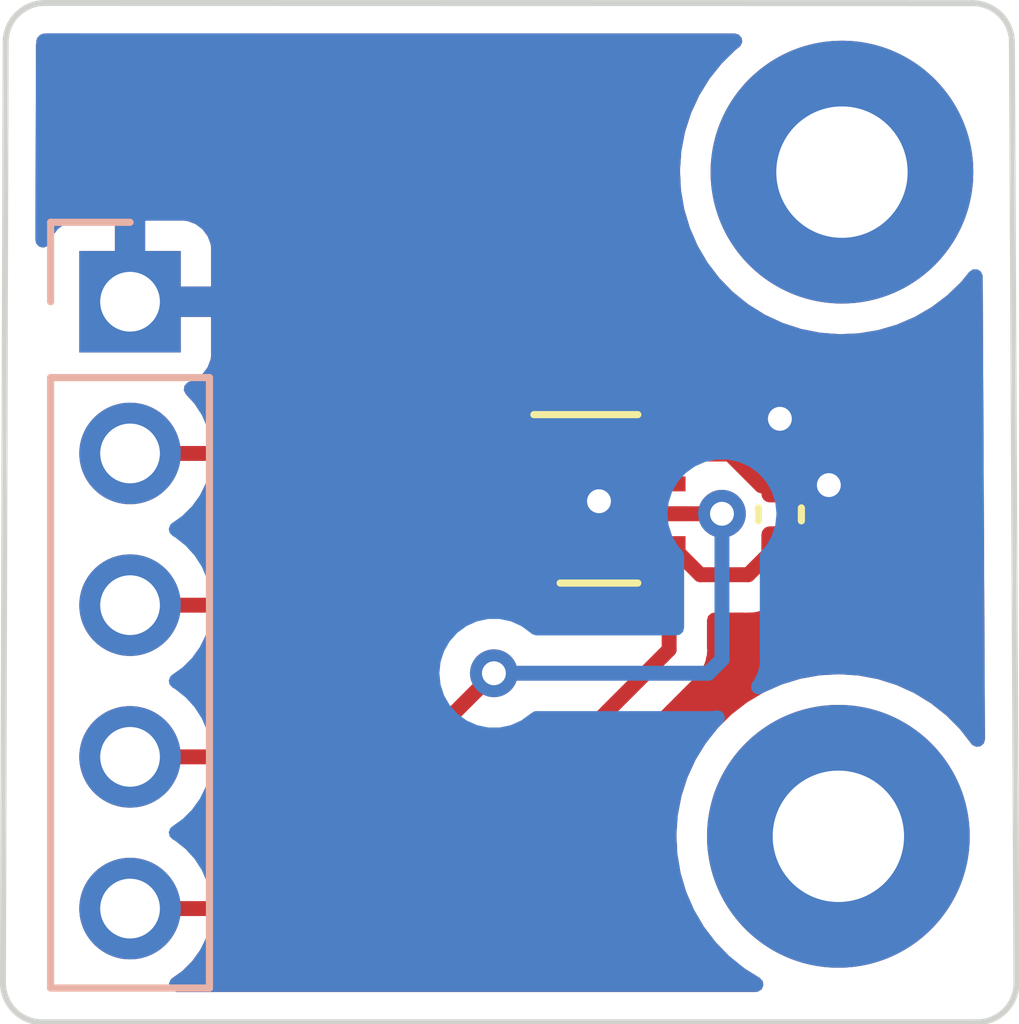
<source format=kicad_pcb>
(kicad_pcb (version 20211014) (generator pcbnew)
  (layers (0 "F.Cu" signal) (31 "B.Cu" signal) (34 "B.Paste" user) (35 "F.Paste" user) (36 "B.SilkS" user "B.Silkscreen") (37 "F.SilkS" user "F.Silkscreen") (38 "B.Mask" user) (39 "F.Mask" user) (44 "Edge.Cuts" user))
  (net 0 "")
  (net 1 "+3V3")
  (net 2 "GND")
  (net 3 "I2C1_SDA")
  (net 4 "I2C1_SCL")
  (net 5 "RESET")
  (footprint "MountingHole:MountingHole_2.2mm_M2_Pad" (layer "F.Cu") (at 131.16 96.84)
    (fp_text reference "H2" hide)
    (fp_text value "MountingHole" hide)
    (pad "1" thru_hole circle (at 0 0) (size 4.4 4.4) (drill 2.2) (layers *.Cu *.Mask))
  )
  (footprint "Capacitor_SMD:C_0402_1005Metric" (layer "F.Cu") (at 130.18 91.45 90)
    (fp_text reference "C1" hide)
    (fp_text value "100n" hide)
    (fp_line (start -0.107836 -0.36) (end 0.107836 -0.36) (layer "F.SilkS") (width 0.12))
    (fp_line (start -0.107836 0.36) (end 0.107836 0.36) (layer "F.SilkS") (width 0.12))
    (pad "1" smd roundrect (at -0.48 0 90) (size 0.56 0.62) (layers "F.Cu" "F.Paste" "F.Mask") (net 1 "+3V3"))
    (pad "2" smd roundrect (at 0.48 0 90) (size 0.56 0.62) (layers "F.Cu" "F.Paste" "F.Mask") (net 2 "GND"))
  )
  (footprint "MountingHole:MountingHole_2.2mm_M2_Pad" (layer "F.Cu") (at 131.22 85.72)
    (fp_text reference "H1" hide)
    (fp_text value "MountingHole" hide)
    (pad "1" thru_hole circle (at 0 0) (size 4.4 4.4) (drill 2.2) (layers *.Cu *.Mask))
  )
  (footprint "Sensor_Humidity:Sensirion_DFN-8-1EP_2.5x2.5mm_P0.5mm_EP1.1x1.7mm" (layer "F.Cu") (at 127.15 91.19)
    (fp_text reference "U1" hide)
    (fp_text value "SHT31-DIS" hide)
    (fp_line (start -1.09 -1.41) (end 0.65 -1.41) (layer "F.SilkS") (width 0.12))
    (fp_line (start -0.65 1.41) (end 0.65 1.41) (layer "F.SilkS") (width 0.12))
    (pad "1" smd rect (at -1.175 -0.75) (size 0.55 0.25) (layers "F.Cu" "F.Paste" "F.Mask") (net 3 "I2C1_SDA"))
    (pad "2" smd rect (at -1.175 -0.25) (size 0.55 0.25) (layers "F.Cu" "F.Paste" "F.Mask") (net 2 "GND"))
    (pad "3" smd rect (at -1.175 0.25) (size 0.55 0.25) (layers "F.Cu" "F.Paste" "F.Mask"))
    (pad "4" smd rect (at -1.175 0.75 180) (size 0.55 0.25) (layers "F.Cu" "F.Paste" "F.Mask") (net 4 "I2C1_SCL"))
    (pad "5" smd rect (at 1.175 0.75) (size 0.55 0.25) (layers "F.Cu" "F.Paste" "F.Mask") (net 1 "+3V3"))
    (pad "6" smd rect (at 1.175 0.25) (size 0.55 0.25) (layers "F.Cu" "F.Paste" "F.Mask") (net 5 "RESET"))
    (pad "7" smd rect (at 1.175 -0.25) (size 0.55 0.25) (layers "F.Cu" "F.Paste" "F.Mask") (net 2 "GND"))
    (pad "8" smd rect (at 1.175 -0.75) (size 0.55 0.25) (layers "F.Cu" "F.Paste" "F.Mask") (net 2 "GND"))
    (pad "9" smd custom (at 0 0) (size 1 1) (layers "F.Cu" "F.Mask") (net 2 "GND") (options (clearance outline) (anchor circle)) (primitives (gr_poly (pts (xy 0.5 0.85) (xy -0.5 0.85) (xy -0.5 -0.55) (xy -0.2 -0.85) (xy 0.5 -0.85)) (width 0) (fill yes))))
  )
  (footprint "Connector_PinSocket_2.54mm:PinSocket_1x05_P2.54mm_Vertical" (layer "B.Cu") (at 119.295 87.89 180)
    (fp_text reference "J1" hide)
    (fp_text value "Conn_01x05_Male" hide)
    (fp_line (start 1.33 -1.27) (end 1.33 -11.49) (layer "B.SilkS") (width 0.12))
    (fp_line (start -1.33 -1.27) (end -1.33 -11.49) (layer "B.SilkS") (width 0.12))
    (fp_line (start -1.33 -11.49) (end 1.33 -11.49) (layer "B.SilkS") (width 0.12))
    (fp_line (start 0 1.33) (end 1.33 1.33) (layer "B.SilkS") (width 0.12))
    (fp_line (start 1.33 1.33) (end 1.33 0) (layer "B.SilkS") (width 0.12))
    (fp_line (start -1.33 -1.27) (end 1.33 -1.27) (layer "B.SilkS") (width 0.12))
    (pad "1" thru_hole rect (at 0 0 180) (size 1.7 1.7) (drill 1) (layers *.Cu *.Mask) (net 2 "GND"))
    (pad "2" thru_hole oval (at 0 -2.54 180) (size 1.7 1.7) (drill 1) (layers *.Cu *.Mask) (net 3 "I2C1_SDA"))
    (pad "3" thru_hole oval (at 0 -5.08 180) (size 1.7 1.7) (drill 1) (layers *.Cu *.Mask) (net 4 "I2C1_SCL"))
    (pad "4" thru_hole oval (at 0 -7.62 180) (size 1.7 1.7) (drill 1) (layers *.Cu *.Mask) (net 5 "RESET"))
    (pad "5" thru_hole oval (at 0 -10.16 180) (size 1.7 1.7) (drill 1) (layers *.Cu *.Mask) (net 1 "+3V3"))
  )
  (gr_line (start 133.473327 99.953274) (end 117.836651 99.953327) (layer "Edge.Cuts") (width 0.1))
  (gr_arc (start 134.143327 99.283349) (mid 133.95 99.76) (end 133.473327 99.953274) (layer "Edge.Cuts") (width 0.1))
  (gr_arc (start 117.836651 99.953327) (mid 117.36 99.76) (end 117.166726 99.283327) (layer "Edge.Cuts") (width 0.1))
  (gr_line (start 134.066626 83.561637) (end 134.143327 99.283349) (layer "Edge.Cuts") (width 0.1))
  (gr_line (start 117.166726 99.283327) (end 117.211277 83.556651) (layer "Edge.Cuts") (width 0.1))
  (gr_line (start 117.867903 82.888363) (end 133.396701 82.891637) (layer "Edge.Cuts") (width 0.1))
  (gr_arc (start 117.211277 83.556651) (mid 117.4 83.085352) (end 117.867903 82.888363) (layer "Edge.Cuts") (width 0.1))
  (gr_arc (start 133.396701 82.891637) (mid 133.873352 83.084964) (end 134.066626 83.561637) (layer "Edge.Cuts") (width 0.1))
  (segment (start 128.845 92.46) (end 128.325 91.94) (width 0.25) (layer "F.Cu") (net 1))
  (segment (start 128.325 93.715) (end 128.325 91.94) (width 0.25) (layer "F.Cu") (net 1))
  (segment (start 123.99 98.05) (end 128.325 93.715) (width 0.25) (layer "F.Cu") (net 1))
  (segment (start 129.65 92.46) (end 128.845 92.46) (width 0.25) (layer "F.Cu") (net 1))
  (segment (start 119.295 98.05) (end 123.99 98.05) (width 0.25) (layer "F.Cu") (net 1))
  (segment (start 130.18 91.93) (end 129.65 92.46) (width 0.25) (layer "F.Cu") (net 1))
  (segment (start 125.975 90.94) (end 126.9 90.94) (width 0.25) (layer "F.Cu") (net 2))
  (segment (start 128.325 90.44) (end 128.325 90.94) (width 0.25) (layer "F.Cu") (net 2))
  (segment (start 129.87 90.97) (end 130.18 90.97) (width 0.25) (layer "F.Cu") (net 2))
  (segment (start 126.9 90.94) (end 127.15 91.19) (width 0.25) (layer "F.Cu") (net 2))
  (segment (start 129.34 90.44) (end 129.87 90.97) (width 0.25) (layer "F.Cu") (net 2))
  (segment (start 128.325 90.44) (end 129.34 90.44) (width 0.25) (layer "F.Cu") (net 2))
  (segment (start 128.325 90.94) (end 127.4 90.94) (width 0.25) (layer "F.Cu") (net 2))
  (segment (start 127.4 90.94) (end 127.15 91.19) (width 0.25) (layer "F.Cu") (net 2))
  (via (at 127.15 91.23) (size 0.8) (drill 0.4) (layers "F.Cu" "B.Cu") (net 2))
  (via (at 130.18 89.85) (size 0.8) (drill 0.4) (layers "F.Cu" "B.Cu") (net 2))
  (via (at 131 90.96) (size 0.8) (drill 0.4) (layers "F.Cu" "B.Cu") (net 2))
  (segment (start 125.965 90.43) (end 125.975 90.44) (width 0.25) (layer "F.Cu") (net 3))
  (segment (start 119.295 90.43) (end 125.965 90.43) (width 0.25) (layer "F.Cu") (net 3))
  (segment (start 123.8 92.97) (end 124.83 91.94) (width 0.25) (layer "F.Cu") (net 4))
  (segment (start 119.295 92.97) (end 123.8 92.97) (width 0.25) (layer "F.Cu") (net 4))
  (segment (start 124.83 91.94) (end 125.975 91.94) (width 0.25) (layer "F.Cu") (net 4))
  (segment (start 129.21 91.44) (end 128.325 91.44) (width 0.25) (layer "F.Cu") (net 5))
  (segment (start 119.295 95.51) (end 123.99 95.51) (width 0.25) (layer "F.Cu") (net 5))
  (segment (start 123.99 95.51) (end 125.39 94.11) (width 0.25) (layer "F.Cu") (net 5))
  (via (at 125.39 94.11) (size 0.8) (drill 0.4) (layers "F.Cu" "B.Cu") (net 5))
  (via (at 129.21 91.44) (size 0.8) (drill 0.4) (layers "F.Cu" "B.Cu") (net 5))
  (segment (start 128.98 94.11) (end 129.21 93.88) (width 0.25) (layer "B.Cu") (net 5))
  (segment (start 125.39 94.11) (end 128.98 94.11) (width 0.25) (layer "B.Cu") (net 5))
  (segment (start 129.21 93.88) (end 129.21 91.44) (width 0.25) (layer "B.Cu") (net 5))
  (zone (net 2) (net_name "GND") (layers F&B.Cu) (connect_pads (clearance 0.508)) (min_thickness 0.254) (fill yes (thermal_gap 0.508) (thermal_bridge_width 0.508))
    (polygon (pts (xy 134.05 99.84) (xy 117.34 99.84) (xy 117.29 83.1) (xy 134.05 83.1)))
  )
)
</source>
